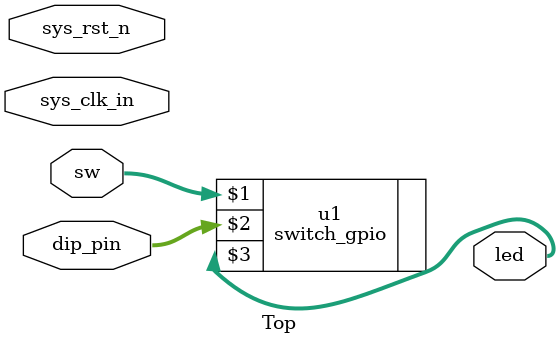
<source format=v>
module Top(input sys_clk_in,
           input sys_rst_n,
           input [7:0] sw,
           input [7:0] dip_pin,
           output [15:0] led);
    
    
    switch_gpio u1 (sw, dip_pin, led);
    
    
endmodule

</source>
